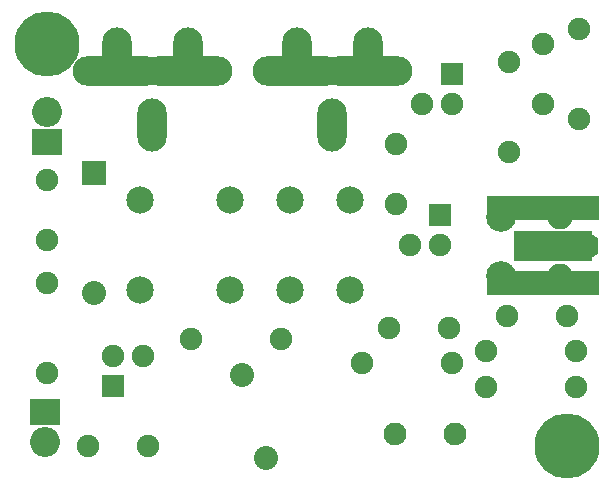
<source format=gts>
G04 #@! TF.FileFunction,Soldermask,Top*
%FSLAX45Y45*%
G04 Gerber Fmt 4.5, Leading zero omitted, Abs format (unit mm)*
G04 Created by KiCad (PCBNEW (2015-08-03 BZR 6047)-product) date Di 04 Aug 2015 09:04:52 CEST*
%MOMM*%
G01*
G04 APERTURE LIST*
%ADD10C,0.150000*%
%ADD11R,2.540000X2.308000*%
%ADD12O,2.540000X2.540000*%
%ADD13C,5.509260*%
%ADD14C,2.032000*%
%ADD15C,1.905000*%
%ADD16C,1.930400*%
%ADD17C,2.306320*%
%ADD18R,2.032000X2.032000*%
%ADD19O,7.508240X2.506980*%
%ADD20O,2.506980X4.508500*%
%ADD21R,9.507220X2.032000*%
%ADD22R,6.604000X2.506980*%
%ADD23C,2.506980*%
%ADD24C,2.108200*%
%ADD25R,1.905000X1.905000*%
G04 APERTURE END LIST*
D10*
D11*
X12700000Y-7326884D03*
D12*
X12700000Y-7072884D03*
D11*
X12680950Y-9611106D03*
D12*
X12680950Y-9865106D03*
D13*
X17100042Y-9900158D03*
X12700000Y-6499860D03*
D14*
X14550136Y-9999980D03*
X14349984Y-9299956D03*
D15*
X15369032Y-9199880D03*
X16131032Y-9199880D03*
X14680946Y-8999982D03*
X13918946Y-8999982D03*
X16610000Y-7411000D03*
X16610000Y-6649000D03*
X16419068Y-9100058D03*
X17181068Y-9100058D03*
X16419068Y-9400032D03*
X17181068Y-9400032D03*
X17200118Y-6369050D03*
X17200118Y-7131050D03*
X12700000Y-9280906D03*
X12700000Y-8518906D03*
D16*
X15645892Y-9800082D03*
X16153892Y-9800082D03*
D17*
X15263622Y-7818882D03*
X14755622Y-7818882D03*
X14247622Y-7818882D03*
X15263622Y-8580882D03*
X14755622Y-8580882D03*
X14247622Y-8580882D03*
X13485622Y-7818882D03*
X13485622Y-8580882D03*
D18*
X13100050Y-7592060D03*
D14*
X13100050Y-8608060D03*
D15*
X15596108Y-8899906D03*
X16104108Y-8899906D03*
X15649956Y-7853934D03*
X15649956Y-7345934D03*
X16596106Y-8800084D03*
X17104106Y-8800084D03*
X16899890Y-6496050D03*
X16899890Y-7004050D03*
X12700000Y-8153908D03*
X12700000Y-7645908D03*
X13553948Y-9899904D03*
X13045948Y-9899904D03*
D19*
X15413228Y-6731000D03*
X14812772Y-6731000D03*
D20*
X15113000Y-7181088D03*
X14813026Y-6581140D03*
X15412974Y-6581140D03*
D19*
X13889228Y-6731000D03*
X13288772Y-6731000D03*
D20*
X13589000Y-7181088D03*
X13289026Y-6581140D03*
X13888974Y-6581140D03*
D21*
X16899926Y-7890516D03*
D10*
G36*
X17263781Y-8332349D02*
X17263781Y-8081651D01*
X17364619Y-8141595D01*
X17364619Y-8272405D01*
X17263781Y-8332349D01*
X17263781Y-8332349D01*
G37*
D21*
X16899926Y-8522976D03*
D22*
X16984000Y-8207000D03*
D23*
X16789944Y-8212080D03*
D24*
X17039880Y-8462016D03*
X17039880Y-7961890D03*
D23*
X16540008Y-7961890D03*
X16540008Y-8462016D03*
D25*
X13258800Y-9398000D03*
D15*
X13258800Y-9144000D03*
X13512800Y-9144000D03*
D25*
X16027400Y-7950200D03*
D15*
X16027400Y-8204200D03*
X15773400Y-8204200D03*
D25*
X16129000Y-6756400D03*
D15*
X16129000Y-7010400D03*
X15875000Y-7010400D03*
M02*

</source>
